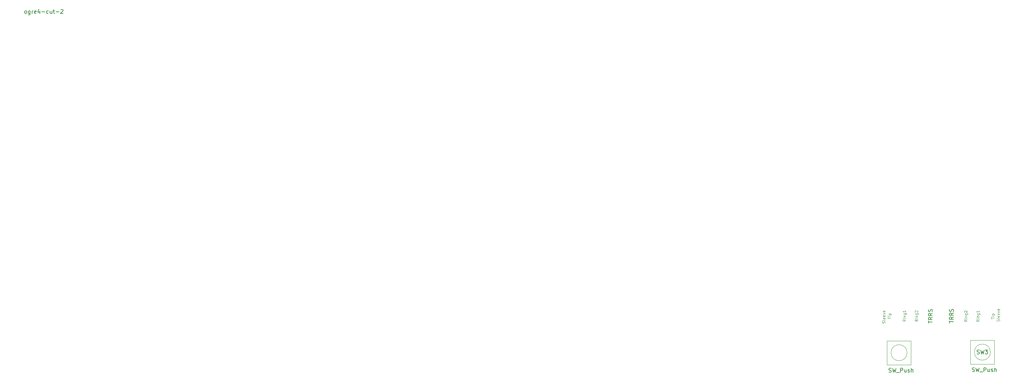
<source format=gbr>
G04 #@! TF.GenerationSoftware,KiCad,Pcbnew,(5.1.0)-1*
G04 #@! TF.CreationDate,2019-07-24T11:11:36-04:00*
G04 #@! TF.ProjectId,ogre,6f677265-2e6b-4696-9361-645f70636258,1.0*
G04 #@! TF.SameCoordinates,Original*
G04 #@! TF.FileFunction,Other,Fab,Top*
%FSLAX46Y46*%
G04 Gerber Fmt 4.6, Leading zero omitted, Abs format (unit mm)*
G04 Created by KiCad (PCBNEW (5.1.0)-1) date 2019-07-24 11:11:36*
%MOMM*%
%LPD*%
G04 APERTURE LIST*
%ADD10C,0.100000*%
%ADD11C,0.150000*%
G04 APERTURE END LIST*
D10*
X214145564Y-85650000D02*
G75*
G03X214145564Y-85650000I-2015564J0D01*
G01*
X209130000Y-82650000D02*
X212130000Y-82650000D01*
X209130000Y-88650000D02*
X209130000Y-82650000D01*
X215130000Y-88650000D02*
X209130000Y-88650000D01*
X215130000Y-82650000D02*
X215130000Y-88650000D01*
X212130000Y-82650000D02*
X215130000Y-82650000D01*
X193255564Y-85790000D02*
G75*
G03X193255564Y-85790000I-2015564J0D01*
G01*
X188240000Y-82790000D02*
X191240000Y-82790000D01*
X188240000Y-88790000D02*
X188240000Y-82790000D01*
X194240000Y-88790000D02*
X188240000Y-88790000D01*
X194240000Y-82790000D02*
X194240000Y-88790000D01*
X191240000Y-82790000D02*
X194240000Y-82790000D01*
D11*
X198582380Y-78351904D02*
X198582380Y-77780476D01*
X199582380Y-78066190D02*
X198582380Y-78066190D01*
X199582380Y-76875714D02*
X199106190Y-77209047D01*
X199582380Y-77447142D02*
X198582380Y-77447142D01*
X198582380Y-77066190D01*
X198630000Y-76970952D01*
X198677619Y-76923333D01*
X198772857Y-76875714D01*
X198915714Y-76875714D01*
X199010952Y-76923333D01*
X199058571Y-76970952D01*
X199106190Y-77066190D01*
X199106190Y-77447142D01*
X199582380Y-75875714D02*
X199106190Y-76209047D01*
X199582380Y-76447142D02*
X198582380Y-76447142D01*
X198582380Y-76066190D01*
X198630000Y-75970952D01*
X198677619Y-75923333D01*
X198772857Y-75875714D01*
X198915714Y-75875714D01*
X199010952Y-75923333D01*
X199058571Y-75970952D01*
X199106190Y-76066190D01*
X199106190Y-76447142D01*
X199534761Y-75494761D02*
X199582380Y-75351904D01*
X199582380Y-75113809D01*
X199534761Y-75018571D01*
X199487142Y-74970952D01*
X199391904Y-74923333D01*
X199296666Y-74923333D01*
X199201428Y-74970952D01*
X199153809Y-75018571D01*
X199106190Y-75113809D01*
X199058571Y-75304285D01*
X199010952Y-75399523D01*
X198963333Y-75447142D01*
X198868095Y-75494761D01*
X198772857Y-75494761D01*
X198677619Y-75447142D01*
X198630000Y-75399523D01*
X198582380Y-75304285D01*
X198582380Y-75066190D01*
X198630000Y-74923333D01*
D10*
X208296666Y-77506666D02*
X207963333Y-77740000D01*
X208296666Y-77906666D02*
X207596666Y-77906666D01*
X207596666Y-77640000D01*
X207630000Y-77573333D01*
X207663333Y-77540000D01*
X207730000Y-77506666D01*
X207830000Y-77506666D01*
X207896666Y-77540000D01*
X207930000Y-77573333D01*
X207963333Y-77640000D01*
X207963333Y-77906666D01*
X208296666Y-77206666D02*
X207830000Y-77206666D01*
X207596666Y-77206666D02*
X207630000Y-77240000D01*
X207663333Y-77206666D01*
X207630000Y-77173333D01*
X207596666Y-77206666D01*
X207663333Y-77206666D01*
X207830000Y-76873333D02*
X208296666Y-76873333D01*
X207896666Y-76873333D02*
X207863333Y-76840000D01*
X207830000Y-76773333D01*
X207830000Y-76673333D01*
X207863333Y-76606666D01*
X207930000Y-76573333D01*
X208296666Y-76573333D01*
X207830000Y-75940000D02*
X208396666Y-75940000D01*
X208463333Y-75973333D01*
X208496666Y-76006666D01*
X208530000Y-76073333D01*
X208530000Y-76173333D01*
X208496666Y-76240000D01*
X208263333Y-75940000D02*
X208296666Y-76006666D01*
X208296666Y-76140000D01*
X208263333Y-76206666D01*
X208230000Y-76240000D01*
X208163333Y-76273333D01*
X207963333Y-76273333D01*
X207896666Y-76240000D01*
X207863333Y-76206666D01*
X207830000Y-76140000D01*
X207830000Y-76006666D01*
X207863333Y-75940000D01*
X207663333Y-75640000D02*
X207630000Y-75606666D01*
X207596666Y-75540000D01*
X207596666Y-75373333D01*
X207630000Y-75306666D01*
X207663333Y-75273333D01*
X207730000Y-75240000D01*
X207796666Y-75240000D01*
X207896666Y-75273333D01*
X208296666Y-75673333D01*
X208296666Y-75240000D01*
X211296666Y-77506666D02*
X210963333Y-77740000D01*
X211296666Y-77906666D02*
X210596666Y-77906666D01*
X210596666Y-77640000D01*
X210630000Y-77573333D01*
X210663333Y-77540000D01*
X210730000Y-77506666D01*
X210830000Y-77506666D01*
X210896666Y-77540000D01*
X210930000Y-77573333D01*
X210963333Y-77640000D01*
X210963333Y-77906666D01*
X211296666Y-77206666D02*
X210830000Y-77206666D01*
X210596666Y-77206666D02*
X210630000Y-77240000D01*
X210663333Y-77206666D01*
X210630000Y-77173333D01*
X210596666Y-77206666D01*
X210663333Y-77206666D01*
X210830000Y-76873333D02*
X211296666Y-76873333D01*
X210896666Y-76873333D02*
X210863333Y-76840000D01*
X210830000Y-76773333D01*
X210830000Y-76673333D01*
X210863333Y-76606666D01*
X210930000Y-76573333D01*
X211296666Y-76573333D01*
X210830000Y-75940000D02*
X211396666Y-75940000D01*
X211463333Y-75973333D01*
X211496666Y-76006666D01*
X211530000Y-76073333D01*
X211530000Y-76173333D01*
X211496666Y-76240000D01*
X211263333Y-75940000D02*
X211296666Y-76006666D01*
X211296666Y-76140000D01*
X211263333Y-76206666D01*
X211230000Y-76240000D01*
X211163333Y-76273333D01*
X210963333Y-76273333D01*
X210896666Y-76240000D01*
X210863333Y-76206666D01*
X210830000Y-76140000D01*
X210830000Y-76006666D01*
X210863333Y-75940000D01*
X211296666Y-75240000D02*
X211296666Y-75640000D01*
X211296666Y-75440000D02*
X210596666Y-75440000D01*
X210696666Y-75506666D01*
X210763333Y-75573333D01*
X210796666Y-75640000D01*
X214346666Y-77273333D02*
X214346666Y-76873333D01*
X215046666Y-77073333D02*
X214346666Y-77073333D01*
X215046666Y-76640000D02*
X214580000Y-76640000D01*
X214346666Y-76640000D02*
X214380000Y-76673333D01*
X214413333Y-76640000D01*
X214380000Y-76606666D01*
X214346666Y-76640000D01*
X214413333Y-76640000D01*
X214580000Y-76306666D02*
X215280000Y-76306666D01*
X214613333Y-76306666D02*
X214580000Y-76240000D01*
X214580000Y-76106666D01*
X214613333Y-76040000D01*
X214646666Y-76006666D01*
X214713333Y-75973333D01*
X214913333Y-75973333D01*
X214980000Y-76006666D01*
X215013333Y-76040000D01*
X215046666Y-76106666D01*
X215046666Y-76240000D01*
X215013333Y-76306666D01*
X216413333Y-77890000D02*
X216446666Y-77790000D01*
X216446666Y-77623333D01*
X216413333Y-77556666D01*
X216380000Y-77523333D01*
X216313333Y-77490000D01*
X216246666Y-77490000D01*
X216180000Y-77523333D01*
X216146666Y-77556666D01*
X216113333Y-77623333D01*
X216080000Y-77756666D01*
X216046666Y-77823333D01*
X216013333Y-77856666D01*
X215946666Y-77890000D01*
X215880000Y-77890000D01*
X215813333Y-77856666D01*
X215780000Y-77823333D01*
X215746666Y-77756666D01*
X215746666Y-77590000D01*
X215780000Y-77490000D01*
X216446666Y-77090000D02*
X216413333Y-77156666D01*
X216346666Y-77190000D01*
X215746666Y-77190000D01*
X216413333Y-76556666D02*
X216446666Y-76623333D01*
X216446666Y-76756666D01*
X216413333Y-76823333D01*
X216346666Y-76856666D01*
X216080000Y-76856666D01*
X216013333Y-76823333D01*
X215980000Y-76756666D01*
X215980000Y-76623333D01*
X216013333Y-76556666D01*
X216080000Y-76523333D01*
X216146666Y-76523333D01*
X216213333Y-76856666D01*
X216413333Y-75956666D02*
X216446666Y-76023333D01*
X216446666Y-76156666D01*
X216413333Y-76223333D01*
X216346666Y-76256666D01*
X216080000Y-76256666D01*
X216013333Y-76223333D01*
X215980000Y-76156666D01*
X215980000Y-76023333D01*
X216013333Y-75956666D01*
X216080000Y-75923333D01*
X216146666Y-75923333D01*
X216213333Y-76256666D01*
X215980000Y-75690000D02*
X216446666Y-75523333D01*
X215980000Y-75356666D01*
X216413333Y-74823333D02*
X216446666Y-74890000D01*
X216446666Y-75023333D01*
X216413333Y-75090000D01*
X216346666Y-75123333D01*
X216080000Y-75123333D01*
X216013333Y-75090000D01*
X215980000Y-75023333D01*
X215980000Y-74890000D01*
X216013333Y-74823333D01*
X216080000Y-74790000D01*
X216146666Y-74790000D01*
X216213333Y-75123333D01*
D11*
X203882380Y-78301904D02*
X203882380Y-77730476D01*
X204882380Y-78016190D02*
X203882380Y-78016190D01*
X204882380Y-76825714D02*
X204406190Y-77159047D01*
X204882380Y-77397142D02*
X203882380Y-77397142D01*
X203882380Y-77016190D01*
X203930000Y-76920952D01*
X203977619Y-76873333D01*
X204072857Y-76825714D01*
X204215714Y-76825714D01*
X204310952Y-76873333D01*
X204358571Y-76920952D01*
X204406190Y-77016190D01*
X204406190Y-77397142D01*
X204882380Y-75825714D02*
X204406190Y-76159047D01*
X204882380Y-76397142D02*
X203882380Y-76397142D01*
X203882380Y-76016190D01*
X203930000Y-75920952D01*
X203977619Y-75873333D01*
X204072857Y-75825714D01*
X204215714Y-75825714D01*
X204310952Y-75873333D01*
X204358571Y-75920952D01*
X204406190Y-76016190D01*
X204406190Y-76397142D01*
X204834761Y-75444761D02*
X204882380Y-75301904D01*
X204882380Y-75063809D01*
X204834761Y-74968571D01*
X204787142Y-74920952D01*
X204691904Y-74873333D01*
X204596666Y-74873333D01*
X204501428Y-74920952D01*
X204453809Y-74968571D01*
X204406190Y-75063809D01*
X204358571Y-75254285D01*
X204310952Y-75349523D01*
X204263333Y-75397142D01*
X204168095Y-75444761D01*
X204072857Y-75444761D01*
X203977619Y-75397142D01*
X203930000Y-75349523D01*
X203882380Y-75254285D01*
X203882380Y-75016190D01*
X203930000Y-74873333D01*
D10*
X195896666Y-77456666D02*
X195563333Y-77690000D01*
X195896666Y-77856666D02*
X195196666Y-77856666D01*
X195196666Y-77590000D01*
X195230000Y-77523333D01*
X195263333Y-77490000D01*
X195330000Y-77456666D01*
X195430000Y-77456666D01*
X195496666Y-77490000D01*
X195530000Y-77523333D01*
X195563333Y-77590000D01*
X195563333Y-77856666D01*
X195896666Y-77156666D02*
X195430000Y-77156666D01*
X195196666Y-77156666D02*
X195230000Y-77190000D01*
X195263333Y-77156666D01*
X195230000Y-77123333D01*
X195196666Y-77156666D01*
X195263333Y-77156666D01*
X195430000Y-76823333D02*
X195896666Y-76823333D01*
X195496666Y-76823333D02*
X195463333Y-76790000D01*
X195430000Y-76723333D01*
X195430000Y-76623333D01*
X195463333Y-76556666D01*
X195530000Y-76523333D01*
X195896666Y-76523333D01*
X195430000Y-75890000D02*
X195996666Y-75890000D01*
X196063333Y-75923333D01*
X196096666Y-75956666D01*
X196130000Y-76023333D01*
X196130000Y-76123333D01*
X196096666Y-76190000D01*
X195863333Y-75890000D02*
X195896666Y-75956666D01*
X195896666Y-76090000D01*
X195863333Y-76156666D01*
X195830000Y-76190000D01*
X195763333Y-76223333D01*
X195563333Y-76223333D01*
X195496666Y-76190000D01*
X195463333Y-76156666D01*
X195430000Y-76090000D01*
X195430000Y-75956666D01*
X195463333Y-75890000D01*
X195263333Y-75590000D02*
X195230000Y-75556666D01*
X195196666Y-75490000D01*
X195196666Y-75323333D01*
X195230000Y-75256666D01*
X195263333Y-75223333D01*
X195330000Y-75190000D01*
X195396666Y-75190000D01*
X195496666Y-75223333D01*
X195896666Y-75623333D01*
X195896666Y-75190000D01*
X192896666Y-77456666D02*
X192563333Y-77690000D01*
X192896666Y-77856666D02*
X192196666Y-77856666D01*
X192196666Y-77590000D01*
X192230000Y-77523333D01*
X192263333Y-77490000D01*
X192330000Y-77456666D01*
X192430000Y-77456666D01*
X192496666Y-77490000D01*
X192530000Y-77523333D01*
X192563333Y-77590000D01*
X192563333Y-77856666D01*
X192896666Y-77156666D02*
X192430000Y-77156666D01*
X192196666Y-77156666D02*
X192230000Y-77190000D01*
X192263333Y-77156666D01*
X192230000Y-77123333D01*
X192196666Y-77156666D01*
X192263333Y-77156666D01*
X192430000Y-76823333D02*
X192896666Y-76823333D01*
X192496666Y-76823333D02*
X192463333Y-76790000D01*
X192430000Y-76723333D01*
X192430000Y-76623333D01*
X192463333Y-76556666D01*
X192530000Y-76523333D01*
X192896666Y-76523333D01*
X192430000Y-75890000D02*
X192996666Y-75890000D01*
X193063333Y-75923333D01*
X193096666Y-75956666D01*
X193130000Y-76023333D01*
X193130000Y-76123333D01*
X193096666Y-76190000D01*
X192863333Y-75890000D02*
X192896666Y-75956666D01*
X192896666Y-76090000D01*
X192863333Y-76156666D01*
X192830000Y-76190000D01*
X192763333Y-76223333D01*
X192563333Y-76223333D01*
X192496666Y-76190000D01*
X192463333Y-76156666D01*
X192430000Y-76090000D01*
X192430000Y-75956666D01*
X192463333Y-75890000D01*
X192896666Y-75190000D02*
X192896666Y-75590000D01*
X192896666Y-75390000D02*
X192196666Y-75390000D01*
X192296666Y-75456666D01*
X192363333Y-75523333D01*
X192396666Y-75590000D01*
X188446666Y-77223333D02*
X188446666Y-76823333D01*
X189146666Y-77023333D02*
X188446666Y-77023333D01*
X189146666Y-76590000D02*
X188680000Y-76590000D01*
X188446666Y-76590000D02*
X188480000Y-76623333D01*
X188513333Y-76590000D01*
X188480000Y-76556666D01*
X188446666Y-76590000D01*
X188513333Y-76590000D01*
X188680000Y-76256666D02*
X189380000Y-76256666D01*
X188713333Y-76256666D02*
X188680000Y-76190000D01*
X188680000Y-76056666D01*
X188713333Y-75990000D01*
X188746666Y-75956666D01*
X188813333Y-75923333D01*
X189013333Y-75923333D01*
X189080000Y-75956666D01*
X189113333Y-75990000D01*
X189146666Y-76056666D01*
X189146666Y-76190000D01*
X189113333Y-76256666D01*
X187713333Y-78340000D02*
X187746666Y-78240000D01*
X187746666Y-78073333D01*
X187713333Y-78006666D01*
X187680000Y-77973333D01*
X187613333Y-77940000D01*
X187546666Y-77940000D01*
X187480000Y-77973333D01*
X187446666Y-78006666D01*
X187413333Y-78073333D01*
X187380000Y-78206666D01*
X187346666Y-78273333D01*
X187313333Y-78306666D01*
X187246666Y-78340000D01*
X187180000Y-78340000D01*
X187113333Y-78306666D01*
X187080000Y-78273333D01*
X187046666Y-78206666D01*
X187046666Y-78040000D01*
X187080000Y-77940000D01*
X187746666Y-77540000D02*
X187713333Y-77606666D01*
X187646666Y-77640000D01*
X187046666Y-77640000D01*
X187713333Y-77006666D02*
X187746666Y-77073333D01*
X187746666Y-77206666D01*
X187713333Y-77273333D01*
X187646666Y-77306666D01*
X187380000Y-77306666D01*
X187313333Y-77273333D01*
X187280000Y-77206666D01*
X187280000Y-77073333D01*
X187313333Y-77006666D01*
X187380000Y-76973333D01*
X187446666Y-76973333D01*
X187513333Y-77306666D01*
X187713333Y-76406666D02*
X187746666Y-76473333D01*
X187746666Y-76606666D01*
X187713333Y-76673333D01*
X187646666Y-76706666D01*
X187380000Y-76706666D01*
X187313333Y-76673333D01*
X187280000Y-76606666D01*
X187280000Y-76473333D01*
X187313333Y-76406666D01*
X187380000Y-76373333D01*
X187446666Y-76373333D01*
X187513333Y-76706666D01*
X187280000Y-76140000D02*
X187746666Y-75973333D01*
X187280000Y-75806666D01*
X187713333Y-75273333D02*
X187746666Y-75340000D01*
X187746666Y-75473333D01*
X187713333Y-75540000D01*
X187646666Y-75573333D01*
X187380000Y-75573333D01*
X187313333Y-75540000D01*
X187280000Y-75473333D01*
X187280000Y-75340000D01*
X187313333Y-75273333D01*
X187380000Y-75240000D01*
X187446666Y-75240000D01*
X187513333Y-75573333D01*
D11*
X-27839047Y-592380D02*
X-27934285Y-544761D01*
X-27981904Y-497142D01*
X-28029523Y-401904D01*
X-28029523Y-116190D01*
X-27981904Y-20952D01*
X-27934285Y26666D01*
X-27839047Y74285D01*
X-27696190Y74285D01*
X-27600952Y26666D01*
X-27553333Y-20952D01*
X-27505714Y-116190D01*
X-27505714Y-401904D01*
X-27553333Y-497142D01*
X-27600952Y-544761D01*
X-27696190Y-592380D01*
X-27839047Y-592380D01*
X-26648571Y74285D02*
X-26648571Y-735238D01*
X-26696190Y-830476D01*
X-26743809Y-878095D01*
X-26839047Y-925714D01*
X-26981904Y-925714D01*
X-27077142Y-878095D01*
X-26648571Y-544761D02*
X-26743809Y-592380D01*
X-26934285Y-592380D01*
X-27029523Y-544761D01*
X-27077142Y-497142D01*
X-27124761Y-401904D01*
X-27124761Y-116190D01*
X-27077142Y-20952D01*
X-27029523Y26666D01*
X-26934285Y74285D01*
X-26743809Y74285D01*
X-26648571Y26666D01*
X-26172380Y-592380D02*
X-26172380Y74285D01*
X-26172380Y-116190D02*
X-26124761Y-20952D01*
X-26077142Y26666D01*
X-25981904Y74285D01*
X-25886666Y74285D01*
X-25172380Y-544761D02*
X-25267619Y-592380D01*
X-25458095Y-592380D01*
X-25553333Y-544761D01*
X-25600952Y-449523D01*
X-25600952Y-68571D01*
X-25553333Y26666D01*
X-25458095Y74285D01*
X-25267619Y74285D01*
X-25172380Y26666D01*
X-25124761Y-68571D01*
X-25124761Y-163809D01*
X-25600952Y-259047D01*
X-24267619Y74285D02*
X-24267619Y-592380D01*
X-24505714Y455238D02*
X-24743809Y-259047D01*
X-24124761Y-259047D01*
X-23743809Y-211428D02*
X-22981904Y-211428D01*
X-22077142Y-544761D02*
X-22172380Y-592380D01*
X-22362857Y-592380D01*
X-22458095Y-544761D01*
X-22505714Y-497142D01*
X-22553333Y-401904D01*
X-22553333Y-116190D01*
X-22505714Y-20952D01*
X-22458095Y26666D01*
X-22362857Y74285D01*
X-22172380Y74285D01*
X-22077142Y26666D01*
X-21220000Y74285D02*
X-21220000Y-592380D01*
X-21648571Y74285D02*
X-21648571Y-449523D01*
X-21600952Y-544761D01*
X-21505714Y-592380D01*
X-21362857Y-592380D01*
X-21267619Y-544761D01*
X-21220000Y-497142D01*
X-20886666Y74285D02*
X-20505714Y74285D01*
X-20743809Y407619D02*
X-20743809Y-449523D01*
X-20696190Y-544761D01*
X-20600952Y-592380D01*
X-20505714Y-592380D01*
X-20172380Y-211428D02*
X-19410476Y-211428D01*
X-18981904Y312380D02*
X-18934285Y360000D01*
X-18839047Y407619D01*
X-18600952Y407619D01*
X-18505714Y360000D01*
X-18458095Y312380D01*
X-18410476Y217142D01*
X-18410476Y121904D01*
X-18458095Y-20952D01*
X-19029523Y-592380D01*
X-18410476Y-592380D01*
X209582380Y-90504761D02*
X209725238Y-90552380D01*
X209963333Y-90552380D01*
X210058571Y-90504761D01*
X210106190Y-90457142D01*
X210153809Y-90361904D01*
X210153809Y-90266666D01*
X210106190Y-90171428D01*
X210058571Y-90123809D01*
X209963333Y-90076190D01*
X209772857Y-90028571D01*
X209677619Y-89980952D01*
X209630000Y-89933333D01*
X209582380Y-89838095D01*
X209582380Y-89742857D01*
X209630000Y-89647619D01*
X209677619Y-89600000D01*
X209772857Y-89552380D01*
X210010952Y-89552380D01*
X210153809Y-89600000D01*
X210487142Y-89552380D02*
X210725238Y-90552380D01*
X210915714Y-89838095D01*
X211106190Y-90552380D01*
X211344285Y-89552380D01*
X211487142Y-90647619D02*
X212249047Y-90647619D01*
X212487142Y-90552380D02*
X212487142Y-89552380D01*
X212868095Y-89552380D01*
X212963333Y-89600000D01*
X213010952Y-89647619D01*
X213058571Y-89742857D01*
X213058571Y-89885714D01*
X213010952Y-89980952D01*
X212963333Y-90028571D01*
X212868095Y-90076190D01*
X212487142Y-90076190D01*
X213915714Y-89885714D02*
X213915714Y-90552380D01*
X213487142Y-89885714D02*
X213487142Y-90409523D01*
X213534761Y-90504761D01*
X213630000Y-90552380D01*
X213772857Y-90552380D01*
X213868095Y-90504761D01*
X213915714Y-90457142D01*
X214344285Y-90504761D02*
X214439523Y-90552380D01*
X214630000Y-90552380D01*
X214725238Y-90504761D01*
X214772857Y-90409523D01*
X214772857Y-90361904D01*
X214725238Y-90266666D01*
X214630000Y-90219047D01*
X214487142Y-90219047D01*
X214391904Y-90171428D01*
X214344285Y-90076190D01*
X214344285Y-90028571D01*
X214391904Y-89933333D01*
X214487142Y-89885714D01*
X214630000Y-89885714D01*
X214725238Y-89933333D01*
X215201428Y-90552380D02*
X215201428Y-89552380D01*
X215630000Y-90552380D02*
X215630000Y-90028571D01*
X215582380Y-89933333D01*
X215487142Y-89885714D01*
X215344285Y-89885714D01*
X215249047Y-89933333D01*
X215201428Y-89980952D01*
X210796666Y-86054761D02*
X210939523Y-86102380D01*
X211177619Y-86102380D01*
X211272857Y-86054761D01*
X211320476Y-86007142D01*
X211368095Y-85911904D01*
X211368095Y-85816666D01*
X211320476Y-85721428D01*
X211272857Y-85673809D01*
X211177619Y-85626190D01*
X210987142Y-85578571D01*
X210891904Y-85530952D01*
X210844285Y-85483333D01*
X210796666Y-85388095D01*
X210796666Y-85292857D01*
X210844285Y-85197619D01*
X210891904Y-85150000D01*
X210987142Y-85102380D01*
X211225238Y-85102380D01*
X211368095Y-85150000D01*
X211701428Y-85102380D02*
X211939523Y-86102380D01*
X212130000Y-85388095D01*
X212320476Y-86102380D01*
X212558571Y-85102380D01*
X212844285Y-85102380D02*
X213463333Y-85102380D01*
X213130000Y-85483333D01*
X213272857Y-85483333D01*
X213368095Y-85530952D01*
X213415714Y-85578571D01*
X213463333Y-85673809D01*
X213463333Y-85911904D01*
X213415714Y-86007142D01*
X213368095Y-86054761D01*
X213272857Y-86102380D01*
X212987142Y-86102380D01*
X212891904Y-86054761D01*
X212844285Y-86007142D01*
X188692380Y-90644761D02*
X188835238Y-90692380D01*
X189073333Y-90692380D01*
X189168571Y-90644761D01*
X189216190Y-90597142D01*
X189263809Y-90501904D01*
X189263809Y-90406666D01*
X189216190Y-90311428D01*
X189168571Y-90263809D01*
X189073333Y-90216190D01*
X188882857Y-90168571D01*
X188787619Y-90120952D01*
X188740000Y-90073333D01*
X188692380Y-89978095D01*
X188692380Y-89882857D01*
X188740000Y-89787619D01*
X188787619Y-89740000D01*
X188882857Y-89692380D01*
X189120952Y-89692380D01*
X189263809Y-89740000D01*
X189597142Y-89692380D02*
X189835238Y-90692380D01*
X190025714Y-89978095D01*
X190216190Y-90692380D01*
X190454285Y-89692380D01*
X190597142Y-90787619D02*
X191359047Y-90787619D01*
X191597142Y-90692380D02*
X191597142Y-89692380D01*
X191978095Y-89692380D01*
X192073333Y-89740000D01*
X192120952Y-89787619D01*
X192168571Y-89882857D01*
X192168571Y-90025714D01*
X192120952Y-90120952D01*
X192073333Y-90168571D01*
X191978095Y-90216190D01*
X191597142Y-90216190D01*
X193025714Y-90025714D02*
X193025714Y-90692380D01*
X192597142Y-90025714D02*
X192597142Y-90549523D01*
X192644761Y-90644761D01*
X192740000Y-90692380D01*
X192882857Y-90692380D01*
X192978095Y-90644761D01*
X193025714Y-90597142D01*
X193454285Y-90644761D02*
X193549523Y-90692380D01*
X193740000Y-90692380D01*
X193835238Y-90644761D01*
X193882857Y-90549523D01*
X193882857Y-90501904D01*
X193835238Y-90406666D01*
X193740000Y-90359047D01*
X193597142Y-90359047D01*
X193501904Y-90311428D01*
X193454285Y-90216190D01*
X193454285Y-90168571D01*
X193501904Y-90073333D01*
X193597142Y-90025714D01*
X193740000Y-90025714D01*
X193835238Y-90073333D01*
X194311428Y-90692380D02*
X194311428Y-89692380D01*
X194740000Y-90692380D02*
X194740000Y-90168571D01*
X194692380Y-90073333D01*
X194597142Y-90025714D01*
X194454285Y-90025714D01*
X194359047Y-90073333D01*
X194311428Y-90120952D01*
M02*

</source>
